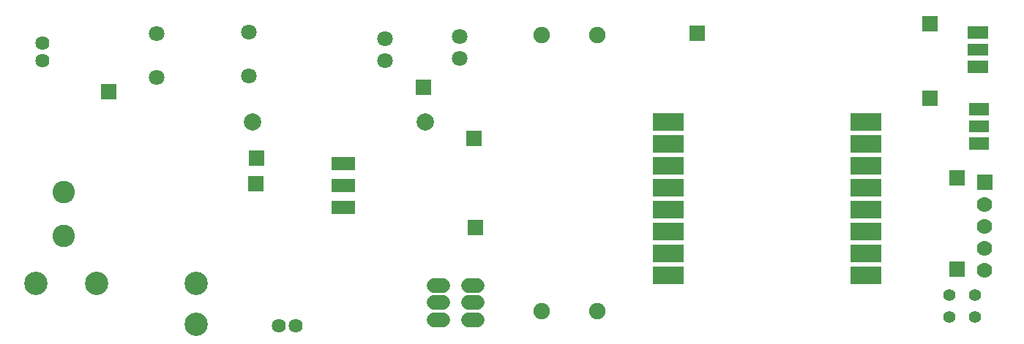
<source format=gbs>
G04 Layer: BottomSolderMaskLayer*
G04 EasyEDA v6.4.14, 2021-01-13T22:08:33+05:30*
G04 86367838682644779aaaf904656d52d0,3bf0aa112e6740ff84f30f28e6d2add8,10*
G04 Gerber Generator version 0.2*
G04 Scale: 100 percent, Rotated: No, Reflected: No *
G04 Dimensions in millimeters *
G04 leading zeros omitted , absolute positions ,4 integer and 5 decimal *
%FSLAX45Y45*%
%MOMM*%

%ADD49C,1.7032*%
%ADD51C,2.0032*%
%ADD56C,1.9032*%
%ADD58C,1.6256*%
%ADD59C,2.7032*%
%ADD60C,1.7780*%
%ADD66C,1.8032*%
%ADD70C,1.3970*%
%ADD73C,2.6032*%

%LPD*%
D49*
X5360200Y812800D02*
G01*
X5460199Y812800D01*
X5360200Y612800D02*
G01*
X5460199Y612800D01*
X5360200Y412800D02*
G01*
X5460199Y412800D01*
X4960200Y812800D02*
G01*
X5060200Y812800D01*
X4960200Y612800D02*
G01*
X5060200Y612800D01*
X4960200Y412800D02*
G01*
X5060200Y412800D01*
G36*
X3774440Y1640839D02*
G01*
X3774440Y1788160D01*
X4048759Y1788160D01*
X4048759Y1640839D01*
G37*
G36*
X3774440Y1894839D02*
G01*
X3774440Y2042160D01*
X4048759Y2042160D01*
X4048759Y1894839D01*
G37*
G36*
X3774440Y2148839D02*
G01*
X3774440Y2296160D01*
X4048759Y2296160D01*
X4048759Y2148839D01*
G37*
G36*
X7496047Y2603500D02*
G01*
X7496047Y2806700D01*
X7845552Y2806700D01*
X7845552Y2603500D01*
G37*
G36*
X9782047Y825500D02*
G01*
X9782047Y1028700D01*
X10131552Y1028700D01*
X10131552Y825500D01*
G37*
G36*
X9782047Y1079500D02*
G01*
X9782047Y1282700D01*
X10131552Y1282700D01*
X10131552Y1079500D01*
G37*
G36*
X9782047Y1333500D02*
G01*
X9782047Y1536700D01*
X10131552Y1536700D01*
X10131552Y1333500D01*
G37*
G36*
X9782047Y1587500D02*
G01*
X9782047Y1790700D01*
X10131552Y1790700D01*
X10131552Y1587500D01*
G37*
G36*
X9782047Y1841500D02*
G01*
X9782047Y2044700D01*
X10131552Y2044700D01*
X10131552Y1841500D01*
G37*
G36*
X9782047Y2095500D02*
G01*
X9782047Y2298700D01*
X10131552Y2298700D01*
X10131552Y2095500D01*
G37*
G36*
X9782047Y2349500D02*
G01*
X9782047Y2552700D01*
X10131552Y2552700D01*
X10131552Y2349500D01*
G37*
G36*
X9782047Y2603500D02*
G01*
X9782047Y2806700D01*
X10131552Y2806700D01*
X10131552Y2603500D01*
G37*
G36*
X7496047Y825500D02*
G01*
X7496047Y1028700D01*
X7845552Y1028700D01*
X7845552Y825500D01*
G37*
G36*
X7496047Y1079500D02*
G01*
X7496047Y1282700D01*
X7845552Y1282700D01*
X7845552Y1079500D01*
G37*
G36*
X7496047Y1333500D02*
G01*
X7496047Y1536700D01*
X7845552Y1536700D01*
X7845552Y1333500D01*
G37*
G36*
X7496047Y1587500D02*
G01*
X7496047Y1790700D01*
X7845552Y1790700D01*
X7845552Y1587500D01*
G37*
G36*
X7496047Y1841500D02*
G01*
X7496047Y2044700D01*
X7845552Y2044700D01*
X7845552Y1841500D01*
G37*
G36*
X7496047Y2095500D02*
G01*
X7496047Y2298700D01*
X7845552Y2298700D01*
X7845552Y2095500D01*
G37*
G36*
X7496047Y2349500D02*
G01*
X7496047Y2552700D01*
X7845552Y2552700D01*
X7845552Y2349500D01*
G37*
D56*
G01*
X6852920Y512318D03*
G01*
X6202934Y512318D03*
G01*
X6202934Y3712463D03*
G01*
X6852920Y3712463D03*
D51*
G01*
X4860797Y2705100D03*
G01*
X2860802Y2705100D03*
D58*
G01*
X431800Y3418839D03*
G01*
X431800Y3616960D03*
G01*
X3362959Y342900D03*
G01*
X3164840Y342900D03*
D59*
G01*
X2207691Y831900D03*
G01*
X1057706Y831900D03*
G01*
X357708Y831900D03*
G01*
X2207691Y361899D03*
D60*
G01*
X11328400Y990600D03*
G01*
X11328400Y1244600D03*
G01*
X11328400Y1498600D03*
G01*
X11328400Y1752600D03*
G36*
X11239500Y1917700D02*
G01*
X11239500Y2095500D01*
X11417300Y2095500D01*
X11417300Y1917700D01*
G37*
G36*
X4749800Y3022600D02*
G01*
X4749800Y3200400D01*
X4927600Y3200400D01*
X4927600Y3022600D01*
G37*
G36*
X10922000Y1968500D02*
G01*
X10922000Y2146300D01*
X11099800Y2146300D01*
X11099800Y1968500D01*
G37*
G36*
X10922000Y914400D02*
G01*
X10922000Y1092200D01*
X11099800Y1092200D01*
X11099800Y914400D01*
G37*
G36*
X5334000Y2425700D02*
G01*
X5334000Y2603500D01*
X5511800Y2603500D01*
X5511800Y2425700D01*
G37*
G36*
X5346700Y1397000D02*
G01*
X5346700Y1574800D01*
X5524500Y1574800D01*
X5524500Y1397000D01*
G37*
G36*
X2806700Y1905000D02*
G01*
X2806700Y2082800D01*
X2984500Y2082800D01*
X2984500Y1905000D01*
G37*
G36*
X2819400Y2197100D02*
G01*
X2819400Y2374900D01*
X2997200Y2374900D01*
X2997200Y2197100D01*
G37*
G36*
X1104900Y2971800D02*
G01*
X1104900Y3149600D01*
X1282700Y3149600D01*
X1282700Y2971800D01*
G37*
G36*
X7912100Y3644900D02*
G01*
X7912100Y3822700D01*
X8089900Y3822700D01*
X8089900Y3644900D01*
G37*
G36*
X10604500Y2895600D02*
G01*
X10604500Y3073400D01*
X10782300Y3073400D01*
X10782300Y2895600D01*
G37*
G36*
X10604500Y3759200D02*
G01*
X10604500Y3937000D01*
X10782300Y3937000D01*
X10782300Y3759200D01*
G37*
D66*
G01*
X4394200Y3668293D03*
G01*
X4394200Y3418306D03*
G01*
X5257800Y3693693D03*
G01*
X5257800Y3443706D03*
G01*
X2819400Y3238500D03*
G01*
X2819400Y3746500D03*
G01*
X1752600Y3225800D03*
G01*
X1752600Y3733800D03*
G36*
X11146790Y2784855D02*
G01*
X11146790Y2925063D01*
X11383009Y2925063D01*
X11383009Y2784855D01*
G37*
G36*
X11146790Y2584195D02*
G01*
X11146790Y2724404D01*
X11383009Y2724404D01*
X11383009Y2584195D01*
G37*
G36*
X11146790Y2383536D02*
G01*
X11146790Y2523744D01*
X11383009Y2523744D01*
X11383009Y2383536D01*
G37*
G36*
X11134090Y3673855D02*
G01*
X11134090Y3814063D01*
X11370309Y3814063D01*
X11370309Y3673855D01*
G37*
G36*
X11134090Y3473195D02*
G01*
X11134090Y3613404D01*
X11370309Y3613404D01*
X11370309Y3473195D01*
G37*
G36*
X11134090Y3272536D02*
G01*
X11134090Y3412744D01*
X11370309Y3412744D01*
X11370309Y3272536D01*
G37*
D70*
G01*
X11214100Y698500D03*
G01*
X11214100Y444500D03*
G01*
X10922000Y698500D03*
G01*
X10922000Y444500D03*
D73*
G01*
X673100Y1384300D03*
G01*
X673100Y1892300D03*
M02*

</source>
